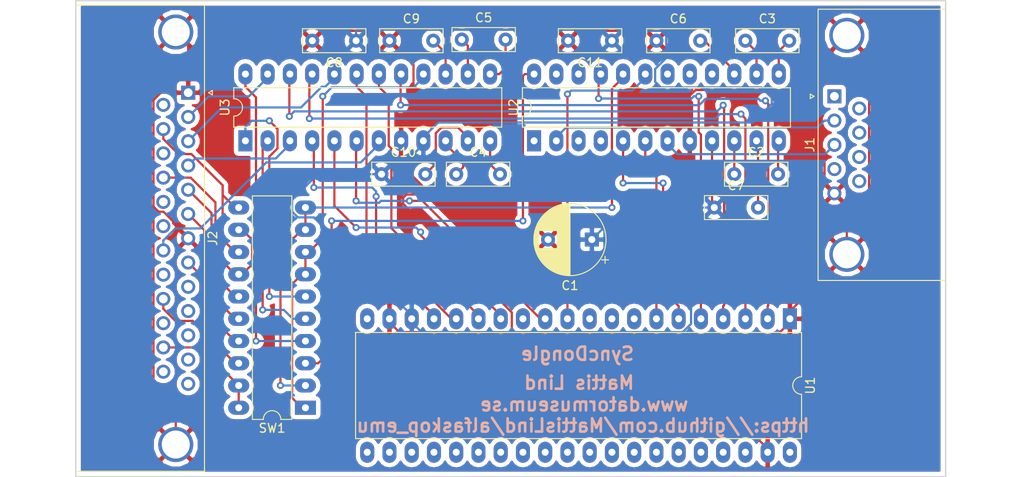
<source format=kicad_pcb>
(kicad_pcb (version 20171130) (host pcbnew 5.0.2-bee76a0~70~ubuntu16.04.1)
  (layers (0 F.Cu signal) (31 B.Cu signal) (34 B.Paste user) (35 F.Paste user) (36 B.SilkS user) (37 F.SilkS user) (38 B.Mask user) (39 F.Mask user) (44 Edge.Cuts user))
  (net 0 "")
  (net 1 +5V)
  (net 2 GND)
  (net 3 "Net-(C2-Pad2)")
  (net 4 "Net-(C2-Pad1)")
  (net 5 "Net-(C3-Pad1)")
  (net 6 "Net-(C3-Pad2)")
  (net 7 "Net-(C4-Pad2)")
  (net 8 "Net-(C4-Pad1)")
  (net 9 "Net-(C5-Pad1)")
  (net 10 "Net-(C5-Pad2)")
  (net 11 "Net-(C6-Pad2)")
  (net 12 "Net-(C7-Pad2)")
  (net 13 "Net-(C9-Pad2)")
  (net 14 "Net-(C10-Pad2)")
  (net 15 "Net-(J1-Pad1)")
  (net 16 /EIA_D_TX)
  (net 17 /EIA_D_RX)
  (net 18 "Net-(J1-Pad4)")
  (net 19 "Net-(J1-Pad6)")
  (net 20 "Net-(J1-Pad7)")
  (net 21 "Net-(J1-Pad8)")
  (net 22 "Net-(J1-Pad9)")
  (net 23 /EIA_RD)
  (net 24 /EIA_TD)
  (net 25 /EIA_RTS)
  (net 26 "Net-(J2-Pad5)")
  (net 27 "Net-(J2-Pad6)")
  (net 28 "Net-(J2-Pad8)")
  (net 29 "Net-(J2-Pad9)")
  (net 30 "Net-(J2-Pad10)")
  (net 31 "Net-(J2-Pad11)")
  (net 32 "Net-(J2-Pad12)")
  (net 33 "Net-(J2-Pad13)")
  (net 34 "Net-(J2-Pad14)")
  (net 35 "Net-(J2-Pad15)")
  (net 36 "Net-(J2-Pad16)")
  (net 37 "Net-(J2-Pad17)")
  (net 38 "Net-(J2-Pad18)")
  (net 39 "Net-(J2-Pad19)")
  (net 40 /EIA_DTR)
  (net 41 "Net-(J2-Pad21)")
  (net 42 "Net-(J2-Pad22)")
  (net 43 "Net-(J2-Pad23)")
  (net 44 "Net-(J2-Pad24)")
  (net 45 "Net-(J2-Pad25)")
  (net 46 /EIA_CLKIN)
  (net 47 /EIA_CLKOUT)
  (net 48 /EIA_RI)
  (net 49 /EIA_DCD)
  (net 50 /EIA_DSR)
  (net 51 /EIA_CTS)
  (net 52 "Net-(U1-Pad21)")
  (net 53 /CMOS_CKIN)
  (net 54 "Net-(U1-Pad22)")
  (net 55 /CMOS_TD)
  (net 56 "Net-(U1-Pad23)")
  (net 57 /CMOS_RD)
  (net 58 "Net-(U1-Pad24)")
  (net 59 /CMOS_CKOUT)
  (net 60 "Net-(U1-Pad25)")
  (net 61 /CMOS_D_TX)
  (net 62 "Net-(U1-Pad26)")
  (net 63 /CMOS_D_RX)
  (net 64 "Net-(U1-Pad27)")
  (net 65 "Net-(U1-Pad8)")
  (net 66 "Net-(U1-Pad28)")
  (net 67 "Net-(U1-Pad9)")
  (net 68 "Net-(U1-Pad29)")
  (net 69 "Net-(U1-Pad10)")
  (net 70 "Net-(U1-Pad30)")
  (net 71 /CMOS_RI)
  (net 72 "Net-(U1-Pad31)")
  (net 73 /CMOS_DTR)
  (net 74 "Net-(U1-Pad32)")
  (net 75 "Net-(U1-Pad13)")
  (net 76 "Net-(U1-Pad33)")
  (net 77 /CMOS_DSR)
  (net 78 "Net-(U1-Pad34)")
  (net 79 /CMOS_CTS)
  (net 80 "Net-(U1-Pad35)")
  (net 81 /CMOS_RTS)
  (net 82 "Net-(U1-Pad36)")
  (net 83 /CMOS_DCD)
  (net 84 "Net-(U1-Pad37)")
  (net 85 "Net-(U1-Pad38)")
  (net 86 "Net-(U1-Pad20)")
  (net 87 "Net-(U1-Pad40)")
  (net 88 "Net-(U2-Pad1)")
  (net 89 "Net-(U2-Pad3)")
  (net 90 "Net-(U2-Pad4)")
  (net 91 "Net-(U2-Pad16)")
  (net 92 "Net-(U2-Pad17)")
  (net 93 "Net-(U2-Pad18)")
  (net 94 "Net-(U2-Pad22)")
  (net 95 "Net-(U2-Pad23)")
  (module Capacitor_THT:CP_Radial_D8.0mm_P5.00mm (layer F.Cu) (at 152.64892 58.26506 180)
    (fp_text reference C1 (at 2.5 -5.25 180) (layer F.SilkS))
    (fp_text value 10u)
    (pad 1 thru_hole rect (at 0 0 180) (size 1.6 1.6) (drill 0.8) (layers *.Cu *.Mask) (net 1 +5V))
    (pad 2 thru_hole circle (at 5 0 180) (size 1.6 1.6) (drill 0.8) (layers *.Cu *.Mask) (net 2 GND))
  )
  (module Capacitor_THT:C_Rect_L7.0mm_W2.5mm_P5.00mm (layer F.Cu) (at 168.91 50.8)
    (fp_text reference C2 (at 2.5 -2.5) (layer F.SilkS))
    (fp_text value 0.1u)
    (pad 2 thru_hole circle (at 5 0) (size 1.6 1.6) (drill 0.8) (layers *.Cu *.Mask) (net 3 "Net-(C2-Pad2)"))
    (pad 1 thru_hole circle (at 0 0) (size 1.6 1.6) (drill 0.8) (layers *.Cu *.Mask) (net 4 "Net-(C2-Pad1)"))
  )
  (module Capacitor_THT:C_Rect_L7.0mm_W2.5mm_P5.00mm (layer F.Cu) (at 170.18 35.56)
    (fp_text reference C3 (at 2.5 -2.5) (layer F.SilkS))
    (fp_text value 0.1u)
    (pad 1 thru_hole circle (at 0 0) (size 1.6 1.6) (drill 0.8) (layers *.Cu *.Mask) (net 5 "Net-(C3-Pad1)"))
    (pad 2 thru_hole circle (at 5 0) (size 1.6 1.6) (drill 0.8) (layers *.Cu *.Mask) (net 6 "Net-(C3-Pad2)"))
  )
  (module Capacitor_THT:C_Rect_L7.0mm_W2.5mm_P5.00mm (layer F.Cu) (at 137.16 50.8)
    (fp_text reference C4 (at 2.5 -2.5) (layer F.SilkS))
    (fp_text value 0.1u)
    (pad 2 thru_hole circle (at 5 0) (size 1.6 1.6) (drill 0.8) (layers *.Cu *.Mask) (net 7 "Net-(C4-Pad2)"))
    (pad 1 thru_hole circle (at 0 0) (size 1.6 1.6) (drill 0.8) (layers *.Cu *.Mask) (net 8 "Net-(C4-Pad1)"))
  )
  (module Capacitor_THT:C_Rect_L7.0mm_W2.5mm_P5.00mm (layer F.Cu) (at 137.795 35.433)
    (fp_text reference C5 (at 2.5 -2.5) (layer F.SilkS))
    (fp_text value 0.1u)
    (pad 1 thru_hole circle (at 0 0) (size 1.6 1.6) (drill 0.8) (layers *.Cu *.Mask) (net 9 "Net-(C5-Pad1)"))
    (pad 2 thru_hole circle (at 5 0) (size 1.6 1.6) (drill 0.8) (layers *.Cu *.Mask) (net 10 "Net-(C5-Pad2)"))
  )
  (module Capacitor_THT:C_Rect_L7.0mm_W2.5mm_P5.00mm (layer F.Cu) (at 160.02 35.56)
    (fp_text reference C6 (at 2.5 -2.5) (layer F.SilkS))
    (fp_text value 0.1u)
    (pad 1 thru_hole circle (at 0 0) (size 1.6 1.6) (drill 0.8) (layers *.Cu *.Mask) (net 2 GND))
    (pad 2 thru_hole circle (at 5 0) (size 1.6 1.6) (drill 0.8) (layers *.Cu *.Mask) (net 11 "Net-(C6-Pad2)"))
  )
  (module Capacitor_THT:C_Rect_L7.0mm_W2.5mm_P5.00mm (layer F.Cu) (at 166.624 54.61)
    (fp_text reference C7 (at 2.5 -2.5) (layer F.SilkS))
    (fp_text value 0.1u)
    (pad 2 thru_hole circle (at 5 0) (size 1.6 1.6) (drill 0.8) (layers *.Cu *.Mask) (net 12 "Net-(C7-Pad2)"))
    (pad 1 thru_hole circle (at 0 0) (size 1.6 1.6) (drill 0.8) (layers *.Cu *.Mask) (net 1 +5V))
  )
  (module Capacitor_THT:C_Rect_L7.0mm_W2.5mm_P5.00mm (layer F.Cu) (at 125.73 35.56 180)
    (fp_text reference C8 (at 2.5 -2.5 180) (layer F.SilkS))
    (fp_text value 0.1u)
    (pad 2 thru_hole circle (at 5 0 180) (size 1.6 1.6) (drill 0.8) (layers *.Cu *.Mask) (net 2 GND))
    (pad 1 thru_hole circle (at 0 0 180) (size 1.6 1.6) (drill 0.8) (layers *.Cu *.Mask) (net 1 +5V))
  )
  (module Capacitor_THT:C_Rect_L7.0mm_W2.5mm_P5.00mm (layer F.Cu) (at 129.54 35.56)
    (fp_text reference C9 (at 2.5 -2.5) (layer F.SilkS))
    (fp_text value 0.1u)
    (pad 1 thru_hole circle (at 0 0) (size 1.6 1.6) (drill 0.8) (layers *.Cu *.Mask) (net 2 GND))
    (pad 2 thru_hole circle (at 5 0) (size 1.6 1.6) (drill 0.8) (layers *.Cu *.Mask) (net 13 "Net-(C9-Pad2)"))
  )
  (module Capacitor_THT:C_Rect_L7.0mm_W2.5mm_P5.00mm (layer F.Cu) (at 128.63322 50.8)
    (fp_text reference C10 (at 2.5 -2.5) (layer F.SilkS))
    (fp_text value 0.1u)
    (pad 1 thru_hole circle (at 0 0) (size 1.6 1.6) (drill 0.8) (layers *.Cu *.Mask) (net 1 +5V))
    (pad 2 thru_hole circle (at 5 0) (size 1.6 1.6) (drill 0.8) (layers *.Cu *.Mask) (net 14 "Net-(C10-Pad2)"))
  )
  (module Capacitor_THT:C_Rect_L7.0mm_W2.5mm_P5.00mm (layer F.Cu) (at 154.94 35.56 180)
    (fp_text reference C11 (at 2.5 -2.5 180) (layer F.SilkS))
    (fp_text value 0.1u)
    (pad 2 thru_hole circle (at 5 0 180) (size 1.6 1.6) (drill 0.8) (layers *.Cu *.Mask) (net 2 GND))
    (pad 1 thru_hole circle (at 0 0 180) (size 1.6 1.6) (drill 0.8) (layers *.Cu *.Mask) (net 1 +5V))
  )
  (module Connector_Dsub:DSUB-9_Female_Horizontal_P2.77x2.84mm_EdgePinOffset9.90mm_Housed_MountingHolesOffset11.32mm (layer F.Cu) (at 180.34 41.91 90)
    (fp_text reference J1 (at -5.54 -2.8 90) (layer F.SilkS))
    (fp_text value DB9_Female_MountingHoles)
    (pad 1 thru_hole rect (at 0 0 90) (size 1.6 1.6) (drill 1) (layers *.Cu *.Mask) (net 15 "Net-(J1-Pad1)"))
    (pad 2 thru_hole circle (at -2.77 0 90) (size 1.6 1.6) (drill 1) (layers *.Cu *.Mask) (net 16 /EIA_D_TX))
    (pad 3 thru_hole circle (at -5.54 0 90) (size 1.6 1.6) (drill 1) (layers *.Cu *.Mask) (net 17 /EIA_D_RX))
    (pad 4 thru_hole circle (at -8.31 0 90) (size 1.6 1.6) (drill 1) (layers *.Cu *.Mask) (net 18 "Net-(J1-Pad4)"))
    (pad 5 thru_hole circle (at -11.08 0 90) (size 1.6 1.6) (drill 1) (layers *.Cu *.Mask) (net 2 GND))
    (pad 6 thru_hole circle (at -1.385 2.84 90) (size 1.6 1.6) (drill 1) (layers *.Cu *.Mask) (net 19 "Net-(J1-Pad6)"))
    (pad 7 thru_hole circle (at -4.155 2.84 90) (size 1.6 1.6) (drill 1) (layers *.Cu *.Mask) (net 20 "Net-(J1-Pad7)"))
    (pad 8 thru_hole circle (at -6.925 2.84 90) (size 1.6 1.6) (drill 1) (layers *.Cu *.Mask) (net 21 "Net-(J1-Pad8)"))
    (pad 9 thru_hole circle (at -9.695 2.84 90) (size 1.6 1.6) (drill 1) (layers *.Cu *.Mask) (net 22 "Net-(J1-Pad9)"))
    (pad 0 thru_hole circle (at -18.04 1.42 90) (size 4 4) (drill 3.2) (layers *.Cu *.Mask) (net 2 GND))
    (pad 0 thru_hole circle (at 6.96 1.42 90) (size 4 4) (drill 3.2) (layers *.Cu *.Mask) (net 2 GND))
  )
  (module Connector_Dsub:DSUB-25_Male_Horizontal_P2.77x2.84mm_EdgePinOffset9.90mm_Housed_MountingHolesOffset11.32mm (layer F.Cu) (at 106.56062 41.49852 270)
    (fp_text reference J2 (at 16.62 -2.8 270) (layer F.SilkS))
    (fp_text value DB25_Male_MountingHoles)
    (pad 1 thru_hole rect (at 0 0 270) (size 1.6 1.6) (drill 1) (layers *.Cu *.Mask) (net 2 GND))
    (pad 2 thru_hole circle (at 2.77 0 270) (size 1.6 1.6) (drill 1) (layers *.Cu *.Mask) (net 23 /EIA_RD))
    (pad 3 thru_hole circle (at 5.54 0 270) (size 1.6 1.6) (drill 1) (layers *.Cu *.Mask) (net 24 /EIA_TD))
    (pad 4 thru_hole circle (at 8.31 0 270) (size 1.6 1.6) (drill 1) (layers *.Cu *.Mask) (net 25 /EIA_RTS))
    (pad 5 thru_hole circle (at 11.08 0 270) (size 1.6 1.6) (drill 1) (layers *.Cu *.Mask) (net 26 "Net-(J2-Pad5)"))
    (pad 6 thru_hole circle (at 13.85 0 270) (size 1.6 1.6) (drill 1) (layers *.Cu *.Mask) (net 27 "Net-(J2-Pad6)"))
    (pad 7 thru_hole circle (at 16.62 0 270) (size 1.6 1.6) (drill 1) (layers *.Cu *.Mask) (net 2 GND))
    (pad 8 thru_hole circle (at 19.39 0 270) (size 1.6 1.6) (drill 1) (layers *.Cu *.Mask) (net 28 "Net-(J2-Pad8)"))
    (pad 9 thru_hole circle (at 22.16 0 270) (size 1.6 1.6) (drill 1) (layers *.Cu *.Mask) (net 29 "Net-(J2-Pad9)"))
    (pad 10 thru_hole circle (at 24.93 0 270) (size 1.6 1.6) (drill 1) (layers *.Cu *.Mask) (net 30 "Net-(J2-Pad10)"))
    (pad 11 thru_hole circle (at 27.7 0 270) (size 1.6 1.6) (drill 1) (layers *.Cu *.Mask) (net 31 "Net-(J2-Pad11)"))
    (pad 12 thru_hole circle (at 30.47 0 270) (size 1.6 1.6) (drill 1) (layers *.Cu *.Mask) (net 32 "Net-(J2-Pad12)"))
    (pad 13 thru_hole circle (at 33.24 0 270) (size 1.6 1.6) (drill 1) (layers *.Cu *.Mask) (net 33 "Net-(J2-Pad13)"))
    (pad 14 thru_hole circle (at 1.385 2.84 270) (size 1.6 1.6) (drill 1) (layers *.Cu *.Mask) (net 34 "Net-(J2-Pad14)"))
    (pad 15 thru_hole circle (at 4.155 2.84 270) (size 1.6 1.6) (drill 1) (layers *.Cu *.Mask) (net 35 "Net-(J2-Pad15)"))
    (pad 16 thru_hole circle (at 6.925 2.84 270) (size 1.6 1.6) (drill 1) (layers *.Cu *.Mask) (net 36 "Net-(J2-Pad16)"))
    (pad 17 thru_hole circle (at 9.695 2.84 270) (size 1.6 1.6) (drill 1) (layers *.Cu *.Mask) (net 37 "Net-(J2-Pad17)"))
    (pad 18 thru_hole circle (at 12.465 2.84 270) (size 1.6 1.6) (drill 1) (layers *.Cu *.Mask) (net 38 "Net-(J2-Pad18)"))
    (pad 19 thru_hole circle (at 15.235 2.84 270) (size 1.6 1.6) (drill 1) (layers *.Cu *.Mask) (net 39 "Net-(J2-Pad19)"))
    (pad 20 thru_hole circle (at 18.005 2.84 270) (size 1.6 1.6) (drill 1) (layers *.Cu *.Mask) (net 40 /EIA_DTR))
    (pad 21 thru_hole circle (at 20.775 2.84 270) (size 1.6 1.6) (drill 1) (layers *.Cu *.Mask) (net 41 "Net-(J2-Pad21)"))
    (pad 22 thru_hole circle (at 23.545 2.84 270) (size 1.6 1.6) (drill 1) (layers *.Cu *.Mask) (net 42 "Net-(J2-Pad22)"))
    (pad 23 thru_hole circle (at 26.315 2.84 270) (size 1.6 1.6) (drill 1) (layers *.Cu *.Mask) (net 43 "Net-(J2-Pad23)"))
    (pad 24 thru_hole circle (at 29.085 2.84 270) (size 1.6 1.6) (drill 1) (layers *.Cu *.Mask) (net 44 "Net-(J2-Pad24)"))
    (pad 25 thru_hole circle (at 31.855 2.84 270) (size 1.6 1.6) (drill 1) (layers *.Cu *.Mask) (net 45 "Net-(J2-Pad25)"))
    (pad 0 thru_hole circle (at -6.93 1.42 270) (size 4 4) (drill 3.2) (layers *.Cu *.Mask) (net 2 GND))
    (pad 0 thru_hole circle (at 40.17 1.42 270) (size 4 4) (drill 3.2) (layers *.Cu *.Mask) (net 2 GND))
  )
  (module Package_DIP:DIP-20_W7.62mm_LongPads (layer F.Cu) (at 119.94642 77.47 180)
    (fp_text reference SW1 (at 3.81 -2.33 180) (layer F.SilkS))
    (fp_text value SW_DIP_x10)
    (pad 1 thru_hole rect (at 0 0 180) (size 2.4 1.6) (drill 0.8) (layers *.Cu *.Mask) (net 46 /EIA_CLKIN))
    (pad 11 thru_hole oval (at 7.62 22.86 180) (size 2.4 1.6) (drill 0.8) (layers *.Cu *.Mask) (net 35 "Net-(J2-Pad15)"))
    (pad 2 thru_hole oval (at 0 2.54 180) (size 2.4 1.6) (drill 0.8) (layers *.Cu *.Mask) (net 47 /EIA_CLKOUT))
    (pad 12 thru_hole oval (at 7.62 20.32 180) (size 2.4 1.6) (drill 0.8) (layers *.Cu *.Mask) (net 37 "Net-(J2-Pad17)"))
    (pad 3 thru_hole oval (at 0 5.08 180) (size 2.4 1.6) (drill 0.8) (layers *.Cu *.Mask) (net 48 /EIA_RI))
    (pad 13 thru_hole oval (at 7.62 17.78 180) (size 2.4 1.6) (drill 0.8) (layers *.Cu *.Mask) (net 35 "Net-(J2-Pad15)"))
    (pad 4 thru_hole oval (at 0 7.62 180) (size 2.4 1.6) (drill 0.8) (layers *.Cu *.Mask) (net 49 /EIA_DCD))
    (pad 14 thru_hole oval (at 7.62 15.24 180) (size 2.4 1.6) (drill 0.8) (layers *.Cu *.Mask) (net 37 "Net-(J2-Pad17)"))
    (pad 5 thru_hole oval (at 0 10.16 180) (size 2.4 1.6) (drill 0.8) (layers *.Cu *.Mask) (net 50 /EIA_DSR))
    (pad 15 thru_hole oval (at 7.62 12.7 180) (size 2.4 1.6) (drill 0.8) (layers *.Cu *.Mask) (net 26 "Net-(J2-Pad5)"))
    (pad 6 thru_hole oval (at 0 12.7 180) (size 2.4 1.6) (drill 0.8) (layers *.Cu *.Mask) (net 51 /EIA_CTS))
    (pad 16 thru_hole oval (at 7.62 10.16 180) (size 2.4 1.6) (drill 0.8) (layers *.Cu *.Mask) (net 27 "Net-(J2-Pad6)"))
    (pad 7 thru_hole oval (at 0 15.24 180) (size 2.4 1.6) (drill 0.8) (layers *.Cu *.Mask) (net 46 /EIA_CLKIN))
    (pad 17 thru_hole oval (at 7.62 7.62 180) (size 2.4 1.6) (drill 0.8) (layers *.Cu *.Mask) (net 28 "Net-(J2-Pad8)"))
    (pad 8 thru_hole oval (at 0 17.78 180) (size 2.4 1.6) (drill 0.8) (layers *.Cu *.Mask) (net 46 /EIA_CLKIN))
    (pad 18 thru_hole oval (at 7.62 5.08 180) (size 2.4 1.6) (drill 0.8) (layers *.Cu *.Mask) (net 42 "Net-(J2-Pad22)"))
    (pad 9 thru_hole oval (at 0 20.32 180) (size 2.4 1.6) (drill 0.8) (layers *.Cu *.Mask) (net 47 /EIA_CLKOUT))
    (pad 19 thru_hole oval (at 7.62 2.54 180) (size 2.4 1.6) (drill 0.8) (layers *.Cu *.Mask) (net 44 "Net-(J2-Pad24)"))
    (pad 10 thru_hole oval (at 0 22.86 180) (size 2.4 1.6) (drill 0.8) (layers *.Cu *.Mask) (net 47 /EIA_CLKOUT))
    (pad 20 thru_hole oval (at 7.62 0 180) (size 2.4 1.6) (drill 0.8) (layers *.Cu *.Mask) (net 44 "Net-(J2-Pad24)"))
  )
  (module Package_DIP:DIP-40_W15.24mm_LongPads (layer F.Cu) (at 175.26 67.31 270)
    (fp_text reference U1 (at 7.62 -2.33 270) (layer F.SilkS))
    (fp_text value STM32BluePill)
    (pad 1 thru_hole rect (at 0 0 270) (size 2.4 1.6) (drill 0.8) (layers *.Cu *.Mask) (net 2 GND))
    (pad 21 thru_hole oval (at 15.24 48.26 270) (size 2.4 1.6) (drill 0.8) (layers *.Cu *.Mask) (net 52 "Net-(U1-Pad21)"))
    (pad 2 thru_hole oval (at 0 2.54 270) (size 2.4 1.6) (drill 0.8) (layers *.Cu *.Mask) (net 53 /CMOS_CKIN))
    (pad 22 thru_hole oval (at 15.24 45.72 270) (size 2.4 1.6) (drill 0.8) (layers *.Cu *.Mask) (net 54 "Net-(U1-Pad22)"))
    (pad 3 thru_hole oval (at 0 5.08 270) (size 2.4 1.6) (drill 0.8) (layers *.Cu *.Mask) (net 55 /CMOS_TD))
    (pad 23 thru_hole oval (at 15.24 43.18 270) (size 2.4 1.6) (drill 0.8) (layers *.Cu *.Mask) (net 56 "Net-(U1-Pad23)"))
    (pad 4 thru_hole oval (at 0 7.62 270) (size 2.4 1.6) (drill 0.8) (layers *.Cu *.Mask) (net 57 /CMOS_RD))
    (pad 24 thru_hole oval (at 15.24 40.64 270) (size 2.4 1.6) (drill 0.8) (layers *.Cu *.Mask) (net 58 "Net-(U1-Pad24)"))
    (pad 5 thru_hole oval (at 0 10.16 270) (size 2.4 1.6) (drill 0.8) (layers *.Cu *.Mask) (net 59 /CMOS_CKOUT))
    (pad 25 thru_hole oval (at 15.24 38.1 270) (size 2.4 1.6) (drill 0.8) (layers *.Cu *.Mask) (net 60 "Net-(U1-Pad25)"))
    (pad 6 thru_hole oval (at 0 12.7 270) (size 2.4 1.6) (drill 0.8) (layers *.Cu *.Mask) (net 61 /CMOS_D_TX))
    (pad 26 thru_hole oval (at 15.24 35.56 270) (size 2.4 1.6) (drill 0.8) (layers *.Cu *.Mask) (net 62 "Net-(U1-Pad26)"))
    (pad 7 thru_hole oval (at 0 15.24 270) (size 2.4 1.6) (drill 0.8) (layers *.Cu *.Mask) (net 63 /CMOS_D_RX))
    (pad 27 thru_hole oval (at 15.24 33.02 270) (size 2.4 1.6) (drill 0.8) (layers *.Cu *.Mask) (net 64 "Net-(U1-Pad27)"))
    (pad 8 thru_hole oval (at 0 17.78 270) (size 2.4 1.6) (drill 0.8) (layers *.Cu *.Mask) (net 65 "Net-(U1-Pad8)"))
    (pad 28 thru_hole oval (at 15.24 30.48 270) (size 2.4 1.6) (drill 0.8) (layers *.Cu *.Mask) (net 66 "Net-(U1-Pad28)"))
    (pad 9 thru_hole oval (at 0 20.32 270) (size 2.4 1.6) (drill 0.8) (layers *.Cu *.Mask) (net 67 "Net-(U1-Pad9)"))
    (pad 29 thru_hole oval (at 15.24 27.94 270) (size 2.4 1.6) (drill 0.8) (layers *.Cu *.Mask) (net 68 "Net-(U1-Pad29)"))
    (pad 10 thru_hole oval (at 0 22.86 270) (size 2.4 1.6) (drill 0.8) (layers *.Cu *.Mask) (net 69 "Net-(U1-Pad10)"))
    (pad 30 thru_hole oval (at 15.24 25.4 270) (size 2.4 1.6) (drill 0.8) (layers *.Cu *.Mask) (net 70 "Net-(U1-Pad30)"))
    (pad 11 thru_hole oval (at 0 25.4 270) (size 2.4 1.6) (drill 0.8) (layers *.Cu *.Mask) (net 71 /CMOS_RI))
    (pad 31 thru_hole oval (at 15.24 22.86 270) (size 2.4 1.6) (drill 0.8) (layers *.Cu *.Mask) (net 72 "Net-(U1-Pad31)"))
    (pad 12 thru_hole oval (at 0 27.94 270) (size 2.4 1.6) (drill 0.8) (layers *.Cu *.Mask) (net 73 /CMOS_DTR))
    (pad 32 thru_hole oval (at 15.24 20.32 270) (size 2.4 1.6) (drill 0.8) (layers *.Cu *.Mask) (net 74 "Net-(U1-Pad32)"))
    (pad 13 thru_hole oval (at 0 30.48 270) (size 2.4 1.6) (drill 0.8) (layers *.Cu *.Mask) (net 75 "Net-(U1-Pad13)"))
    (pad 33 thru_hole oval (at 15.24 17.78 270) (size 2.4 1.6) (drill 0.8) (layers *.Cu *.Mask) (net 76 "Net-(U1-Pad33)"))
    (pad 14 thru_hole oval (at 0 33.02 270) (size 2.4 1.6) (drill 0.8) (layers *.Cu *.Mask) (net 77 /CMOS_DSR))
    (pad 34 thru_hole oval (at 15.24 15.24 270) (size 2.4 1.6) (drill 0.8) (layers *.Cu *.Mask) (net 78 "Net-(U1-Pad34)"))
    (pad 15 thru_hole oval (at 0 35.56 270) (size 2.4 1.6) (drill 0.8) (layers *.Cu *.Mask) (net 79 /CMOS_CTS))
    (pad 35 thru_hole oval (at 15.24 12.7 270) (size 2.4 1.6) (drill 0.8) (layers *.Cu *.Mask) (net 80 "Net-(U1-Pad35)"))
    (pad 16 thru_hole oval (at 0 38.1 270) (size 2.4 1.6) (drill 0.8) (layers *.Cu *.Mask) (net 81 /CMOS_RTS))
    (pad 36 thru_hole oval (at 15.24 10.16 270) (size 2.4 1.6) (drill 0.8) (layers *.Cu *.Mask) (net 82 "Net-(U1-Pad36)"))
    (pad 17 thru_hole oval (at 0 40.64 270) (size 2.4 1.6) (drill 0.8) (layers *.Cu *.Mask) (net 83 /CMOS_DCD))
    (pad 37 thru_hole oval (at 15.24 7.62 270) (size 2.4 1.6) (drill 0.8) (layers *.Cu *.Mask) (net 84 "Net-(U1-Pad37)"))
    (pad 18 thru_hole oval (at 0 43.18 270) (size 2.4 1.6) (drill 0.8) (layers *.Cu *.Mask) (net 1 +5V))
    (pad 38 thru_hole oval (at 15.24 5.08 270) (size 2.4 1.6) (drill 0.8) (layers *.Cu *.Mask) (net 85 "Net-(U1-Pad38)"))
    (pad 19 thru_hole oval (at 0 45.72 270) (size 2.4 1.6) (drill 0.8) (layers *.Cu *.Mask) (net 2 GND))
    (pad 39 thru_hole oval (at 15.24 2.54 270) (size 2.4 1.6) (drill 0.8) (layers *.Cu *.Mask) (net 2 GND))
    (pad 20 thru_hole oval (at 0 48.26 270) (size 2.4 1.6) (drill 0.8) (layers *.Cu *.Mask) (net 86 "Net-(U1-Pad20)"))
    (pad 40 thru_hole oval (at 15.24 0 270) (size 2.4 1.6) (drill 0.8) (layers *.Cu *.Mask) (net 87 "Net-(U1-Pad40)"))
  )
  (module Package_DIP:DIP-24_W7.62mm_LongPads (layer F.Cu) (at 146.05 46.99 90)
    (fp_text reference U2 (at 3.81 -2.33 90) (layer F.SilkS))
    (fp_text value MAX208CWG)
    (pad 1 thru_hole rect (at 0 0 90) (size 2.4 1.6) (drill 0.8) (layers *.Cu *.Mask) (net 88 "Net-(U2-Pad1)"))
    (pad 13 thru_hole oval (at 7.62 27.94 90) (size 2.4 1.6) (drill 0.8) (layers *.Cu *.Mask) (net 6 "Net-(C3-Pad2)"))
    (pad 2 thru_hole oval (at 0 2.54 90) (size 2.4 1.6) (drill 0.8) (layers *.Cu *.Mask) (net 16 /EIA_D_TX))
    (pad 14 thru_hole oval (at 7.62 25.4 90) (size 2.4 1.6) (drill 0.8) (layers *.Cu *.Mask) (net 5 "Net-(C3-Pad1)"))
    (pad 3 thru_hole oval (at 0 5.08 90) (size 2.4 1.6) (drill 0.8) (layers *.Cu *.Mask) (net 89 "Net-(U2-Pad3)"))
    (pad 15 thru_hole oval (at 7.62 22.86 90) (size 2.4 1.6) (drill 0.8) (layers *.Cu *.Mask) (net 11 "Net-(C6-Pad2)"))
    (pad 4 thru_hole oval (at 0 7.62 90) (size 2.4 1.6) (drill 0.8) (layers *.Cu *.Mask) (net 90 "Net-(U2-Pad4)"))
    (pad 16 thru_hole oval (at 7.62 20.32 90) (size 2.4 1.6) (drill 0.8) (layers *.Cu *.Mask) (net 91 "Net-(U2-Pad16)"))
    (pad 5 thru_hole oval (at 0 10.16 90) (size 2.4 1.6) (drill 0.8) (layers *.Cu *.Mask) (net 61 /CMOS_D_TX))
    (pad 17 thru_hole oval (at 7.62 17.78 90) (size 2.4 1.6) (drill 0.8) (layers *.Cu *.Mask) (net 92 "Net-(U2-Pad17)"))
    (pad 6 thru_hole oval (at 0 12.7 90) (size 2.4 1.6) (drill 0.8) (layers *.Cu *.Mask) (net 63 /CMOS_D_RX))
    (pad 18 thru_hole oval (at 7.62 15.24 90) (size 2.4 1.6) (drill 0.8) (layers *.Cu *.Mask) (net 93 "Net-(U2-Pad18)"))
    (pad 7 thru_hole oval (at 0 15.24 90) (size 2.4 1.6) (drill 0.8) (layers *.Cu *.Mask) (net 17 /EIA_D_RX))
    (pad 19 thru_hole oval (at 7.62 12.7 90) (size 2.4 1.6) (drill 0.8) (layers *.Cu *.Mask) (net 71 /CMOS_RI))
    (pad 8 thru_hole oval (at 0 17.78 90) (size 2.4 1.6) (drill 0.8) (layers *.Cu *.Mask) (net 2 GND))
    (pad 20 thru_hole oval (at 7.62 10.16 90) (size 2.4 1.6) (drill 0.8) (layers *.Cu *.Mask) (net 47 /EIA_CLKOUT))
    (pad 9 thru_hole oval (at 0 20.32 90) (size 2.4 1.6) (drill 0.8) (layers *.Cu *.Mask) (net 1 +5V))
    (pad 21 thru_hole oval (at 7.62 7.62 90) (size 2.4 1.6) (drill 0.8) (layers *.Cu *.Mask) (net 59 /CMOS_CKOUT))
    (pad 10 thru_hole oval (at 0 22.86 90) (size 2.4 1.6) (drill 0.8) (layers *.Cu *.Mask) (net 4 "Net-(C2-Pad1)"))
    (pad 22 thru_hole oval (at 7.62 5.08 90) (size 2.4 1.6) (drill 0.8) (layers *.Cu *.Mask) (net 94 "Net-(U2-Pad22)"))
    (pad 11 thru_hole oval (at 0 25.4 90) (size 2.4 1.6) (drill 0.8) (layers *.Cu *.Mask) (net 12 "Net-(C7-Pad2)"))
    (pad 23 thru_hole oval (at 7.62 2.54 90) (size 2.4 1.6) (drill 0.8) (layers *.Cu *.Mask) (net 95 "Net-(U2-Pad23)"))
    (pad 12 thru_hole oval (at 0 27.94 90) (size 2.4 1.6) (drill 0.8) (layers *.Cu *.Mask) (net 3 "Net-(C2-Pad2)"))
    (pad 24 thru_hole oval (at 7.62 0 90) (size 2.4 1.6) (drill 0.8) (layers *.Cu *.Mask) (net 48 /EIA_RI))
  )
  (module Package_DIP:DIP-24_W7.62mm_LongPads (layer F.Cu) (at 113.09096 46.99 90)
    (fp_text reference U3 (at 3.81 -2.33 90) (layer F.SilkS))
    (fp_text value MAX208CWG)
    (pad 24 thru_hole oval (at 7.62 0 90) (size 2.4 1.6) (drill 0.8) (layers *.Cu *.Mask) (net 49 /EIA_DCD))
    (pad 12 thru_hole oval (at 0 27.94 90) (size 2.4 1.6) (drill 0.8) (layers *.Cu *.Mask) (net 7 "Net-(C4-Pad2)"))
    (pad 23 thru_hole oval (at 7.62 2.54 90) (size 2.4 1.6) (drill 0.8) (layers *.Cu *.Mask) (net 23 /EIA_RD))
    (pad 11 thru_hole oval (at 0 25.4 90) (size 2.4 1.6) (drill 0.8) (layers *.Cu *.Mask) (net 14 "Net-(C10-Pad2)"))
    (pad 22 thru_hole oval (at 7.62 5.08 90) (size 2.4 1.6) (drill 0.8) (layers *.Cu *.Mask) (net 57 /CMOS_RD))
    (pad 10 thru_hole oval (at 0 22.86 90) (size 2.4 1.6) (drill 0.8) (layers *.Cu *.Mask) (net 8 "Net-(C4-Pad1)"))
    (pad 21 thru_hole oval (at 7.62 7.62 90) (size 2.4 1.6) (drill 0.8) (layers *.Cu *.Mask) (net 55 /CMOS_TD))
    (pad 9 thru_hole oval (at 0 20.32 90) (size 2.4 1.6) (drill 0.8) (layers *.Cu *.Mask) (net 1 +5V))
    (pad 20 thru_hole oval (at 7.62 10.16 90) (size 2.4 1.6) (drill 0.8) (layers *.Cu *.Mask) (net 24 /EIA_TD))
    (pad 8 thru_hole oval (at 0 17.78 90) (size 2.4 1.6) (drill 0.8) (layers *.Cu *.Mask) (net 2 GND))
    (pad 19 thru_hole oval (at 7.62 12.7 90) (size 2.4 1.6) (drill 0.8) (layers *.Cu *.Mask) (net 83 /CMOS_DCD))
    (pad 7 thru_hole oval (at 0 15.24 90) (size 2.4 1.6) (drill 0.8) (layers *.Cu *.Mask) (net 40 /EIA_DTR))
    (pad 18 thru_hole oval (at 7.62 15.24 90) (size 2.4 1.6) (drill 0.8) (layers *.Cu *.Mask) (net 79 /CMOS_CTS))
    (pad 6 thru_hole oval (at 0 12.7 90) (size 2.4 1.6) (drill 0.8) (layers *.Cu *.Mask) (net 73 /CMOS_DTR))
    (pad 17 thru_hole oval (at 7.62 17.78 90) (size 2.4 1.6) (drill 0.8) (layers *.Cu *.Mask) (net 53 /CMOS_CKIN))
    (pad 5 thru_hole oval (at 0 10.16 90) (size 2.4 1.6) (drill 0.8) (layers *.Cu *.Mask) (net 77 /CMOS_DSR))
    (pad 16 thru_hole oval (at 7.62 20.32 90) (size 2.4 1.6) (drill 0.8) (layers *.Cu *.Mask) (net 46 /EIA_CLKIN))
    (pad 4 thru_hole oval (at 0 7.62 90) (size 2.4 1.6) (drill 0.8) (layers *.Cu *.Mask) (net 81 /CMOS_RTS))
    (pad 15 thru_hole oval (at 7.62 22.86 90) (size 2.4 1.6) (drill 0.8) (layers *.Cu *.Mask) (net 13 "Net-(C9-Pad2)"))
    (pad 3 thru_hole oval (at 0 5.08 90) (size 2.4 1.6) (drill 0.8) (layers *.Cu *.Mask) (net 25 /EIA_RTS))
    (pad 14 thru_hole oval (at 7.62 25.4 90) (size 2.4 1.6) (drill 0.8) (layers *.Cu *.Mask) (net 9 "Net-(C5-Pad1)"))
    (pad 2 thru_hole oval (at 0 2.54 90) (size 2.4 1.6) (drill 0.8) (layers *.Cu *.Mask) (net 50 /EIA_DSR))
    (pad 13 thru_hole oval (at 7.62 27.94 90) (size 2.4 1.6) (drill 0.8) (layers *.Cu *.Mask) (net 10 "Net-(C5-Pad2)"))
    (pad 1 thru_hole rect (at 0 0 90) (size 2.4 1.6) (drill 0.8) (layers *.Cu *.Mask) (net 51 /EIA_CTS))
  )
  (gr_text https://github.com/MattisLind/alfaskop_emu (at 151.638 79.502) (layer B.SilkS) (effects (font (size 1.5 1.5) (thickness 0.3)) (justify mirror)))
  (gr_text www.datormuseum.se (at 151.765 77.089) (layer B.SilkS) (effects (font (size 1.5 1.5) (thickness 0.3)) (justify mirror)))
  (gr_text "Mattis Lind" (at 151.1935 74.6125) (layer B.SilkS) (effects (font (size 1.5 1.5) (thickness 0.3)) (justify mirror)))
  (gr_text SyncDongle (at 151.003 71.3105) (layer B.SilkS) (effects (font (size 1.5 1.5) (thickness 0.3)) (justify mirror)))
  (gr_line (start 93.726 85.344) (end 93.726 30.988) (layer Edge.Cuts) (width 0.15))
  (gr_line (start 193.04 85.344) (end 93.726 85.344) (layer Edge.Cuts) (width 0.15))
  (gr_line (start 193.04 30.988) (end 193.04 85.344) (layer Edge.Cuts) (width 0.15))
  (gr_line (start 93.726 30.988) (end 193.04 30.988) (layer Edge.Cuts) (width 0.15))
  (segment (start 133.41096 47.39) (end 133.41096 46.99) (width 0.25) (layer B.Cu) (net 1))
  (segment (start 130.800959 50.000001) (end 133.41096 47.39) (width 0.25) (layer B.Cu) (net 1))
  (segment (start 129.433219 50.000001) (end 130.800959 50.000001) (width 0.25) (layer B.Cu) (net 1))
  (segment (start 128.63322 50.8) (end 129.433219 50.000001) (width 0.25) (layer B.Cu) (net 1))
  (segment (start 154.140001 34.760001) (end 154.94 35.56) (width 0.25) (layer B.Cu) (net 1))
  (segment (start 153.687999 34.307999) (end 154.140001 34.760001) (width 0.25) (layer B.Cu) (net 1))
  (segment (start 125.850631 34.307999) (end 153.687999 34.307999) (width 0.25) (layer B.Cu) (net 1))
  (segment (start 125.73 34.42863) (end 125.850631 34.307999) (width 0.25) (layer B.Cu) (net 1))
  (segment (start 125.73 35.56) (end 125.73 34.42863) (width 0.25) (layer B.Cu) (net 1))
  (segment (start 166.37 54.356) (end 166.624 54.61) (width 0.25) (layer F.Cu) (net 1))
  (segment (start 166.37 46.99) (end 166.37 54.356) (width 0.25) (layer F.Cu) (net 1))
  (segment (start 156.30398 54.61) (end 152.64892 58.26506) (width 0.25) (layer B.Cu) (net 1))
  (segment (start 166.624 54.61) (end 156.30398 54.61) (width 0.25) (layer B.Cu) (net 1))
  (segment (start 153.69892 58.26506) (end 152.64892 58.26506) (width 0.25) (layer B.Cu) (net 1))
  (segment (start 159.668062 58.26506) (end 153.69892 58.26506) (width 0.25) (layer B.Cu) (net 1))
  (segment (start 163.97499 62.571988) (end 159.668062 58.26506) (width 0.25) (layer B.Cu) (net 1))
  (segment (start 163.97499 67.886014) (end 163.97499 62.571988) (width 0.25) (layer B.Cu) (net 1))
  (segment (start 163.025994 68.83501) (end 163.97499 67.886014) (width 0.25) (layer B.Cu) (net 1))
  (segment (start 133.20501 68.83501) (end 163.025994 68.83501) (width 0.25) (layer B.Cu) (net 1))
  (segment (start 132.08 67.71) (end 133.20501 68.83501) (width 0.25) (layer B.Cu) (net 1))
  (segment (start 132.08 67.31) (end 132.08 67.71) (width 0.25) (layer B.Cu) (net 1))
  (segment (start 118.42141 53.733588) (end 121.354998 50.8) (width 0.25) (layer B.Cu) (net 1))
  (segment (start 118.42141 55.075994) (end 118.42141 53.733588) (width 0.25) (layer B.Cu) (net 1))
  (segment (start 119.080426 55.73501) (end 118.42141 55.075994) (width 0.25) (layer B.Cu) (net 1))
  (segment (start 120.90501 55.73501) (end 119.080426 55.73501) (width 0.25) (layer B.Cu) (net 1))
  (segment (start 127.50185 50.8) (end 128.63322 50.8) (width 0.25) (layer B.Cu) (net 1))
  (segment (start 132.08 66.91) (end 120.90501 55.73501) (width 0.25) (layer B.Cu) (net 1))
  (segment (start 121.354998 50.8) (end 127.50185 50.8) (width 0.25) (layer B.Cu) (net 1))
  (segment (start 132.08 67.31) (end 132.08 66.91) (width 0.25) (layer B.Cu) (net 1))
  (segment (start 156.065001 34.434999) (end 155.739999 34.760001) (width 0.25) (layer B.Cu) (net 1))
  (segment (start 160.560001 34.434999) (end 156.065001 34.434999) (width 0.25) (layer B.Cu) (net 1))
  (segment (start 161.145001 35.019999) (end 160.560001 34.434999) (width 0.25) (layer B.Cu) (net 1))
  (segment (start 155.739999 34.760001) (end 154.94 35.56) (width 0.25) (layer B.Cu) (net 1))
  (segment (start 160.534026 40.89501) (end 159.87501 40.235994) (width 0.25) (layer B.Cu) (net 1))
  (segment (start 172.016012 40.89501) (end 160.534026 40.89501) (width 0.25) (layer B.Cu) (net 1))
  (segment (start 159.87501 40.235994) (end 159.87501 38.793986) (width 0.25) (layer B.Cu) (net 1))
  (segment (start 171.056992 44.90001) (end 173.191001 42.766001) (width 0.25) (layer B.Cu) (net 1))
  (segment (start 135.10095 44.90001) (end 171.056992 44.90001) (width 0.25) (layer B.Cu) (net 1))
  (segment (start 159.87501 38.793986) (end 161.145001 37.523995) (width 0.25) (layer B.Cu) (net 1))
  (segment (start 173.191001 42.766001) (end 173.191001 42.069999) (width 0.25) (layer B.Cu) (net 1))
  (segment (start 133.41096 46.59) (end 135.10095 44.90001) (width 0.25) (layer B.Cu) (net 1))
  (segment (start 161.145001 37.523995) (end 161.145001 35.019999) (width 0.25) (layer B.Cu) (net 1))
  (segment (start 173.191001 42.069999) (end 172.016012 40.89501) (width 0.25) (layer B.Cu) (net 1))
  (segment (start 133.41096 46.99) (end 133.41096 46.59) (width 0.25) (layer B.Cu) (net 1))
  (segment (start 121.855001 34.434999) (end 121.529999 34.760001) (width 0.25) (layer F.Cu) (net 2))
  (segment (start 128.414999 34.434999) (end 121.855001 34.434999) (width 0.25) (layer F.Cu) (net 2))
  (segment (start 121.529999 34.760001) (end 120.73 35.56) (width 0.25) (layer F.Cu) (net 2))
  (segment (start 129.54 35.56) (end 128.414999 34.434999) (width 0.25) (layer F.Cu) (net 2))
  (segment (start 114.349139 34.760001) (end 107.61062 41.49852) (width 0.25) (layer F.Cu) (net 2))
  (segment (start 119.930001 34.760001) (end 114.349139 34.760001) (width 0.25) (layer F.Cu) (net 2))
  (segment (start 107.61062 41.49852) (end 106.56062 41.49852) (width 0.25) (layer F.Cu) (net 2))
  (segment (start 120.73 35.56) (end 119.930001 34.760001) (width 0.25) (layer F.Cu) (net 2))
  (segment (start 106.56062 35.98852) (end 105.14062 34.56852) (width 0.25) (layer F.Cu) (net 2))
  (segment (start 106.56062 41.49852) (end 106.56062 35.98852) (width 0.25) (layer F.Cu) (net 2))
  (segment (start 105.51062 41.49852) (end 106.56062 41.49852) (width 0.25) (layer F.Cu) (net 2))
  (segment (start 103.440618 41.49852) (end 105.51062 41.49852) (width 0.25) (layer F.Cu) (net 2))
  (segment (start 102.595619 42.343519) (end 103.440618 41.49852) (width 0.25) (layer F.Cu) (net 2))
  (segment (start 102.595619 54.503521) (end 102.595619 42.343519) (width 0.25) (layer F.Cu) (net 2))
  (segment (start 103.180619 55.088521) (end 102.595619 54.503521) (width 0.25) (layer F.Cu) (net 2))
  (segment (start 104.845621 56.193519) (end 103.740623 55.088521) (width 0.25) (layer F.Cu) (net 2))
  (segment (start 104.845621 56.403521) (end 104.845621 56.193519) (width 0.25) (layer F.Cu) (net 2))
  (segment (start 103.740623 55.088521) (end 103.180619 55.088521) (width 0.25) (layer F.Cu) (net 2))
  (segment (start 106.56062 58.11852) (end 104.845621 56.403521) (width 0.25) (layer F.Cu) (net 2))
  (segment (start 102.595619 76.295092) (end 102.595619 56.193519) (width 0.25) (layer F.Cu) (net 2))
  (segment (start 105.14062 78.840093) (end 102.595619 76.295092) (width 0.25) (layer F.Cu) (net 2))
  (segment (start 105.14062 81.66852) (end 105.14062 78.840093) (width 0.25) (layer F.Cu) (net 2))
  (segment (start 179.760001 61.949999) (end 181.76 59.95) (width 0.25) (layer F.Cu) (net 2))
  (segment (start 175.26 66.45) (end 179.760001 61.949999) (width 0.25) (layer F.Cu) (net 2))
  (segment (start 175.26 67.31) (end 175.26 66.45) (width 0.25) (layer F.Cu) (net 2))
  (segment (start 175.26 67.71) (end 175.26 67.31) (width 0.25) (layer F.Cu) (net 2))
  (segment (start 174.21 68.76) (end 175.26 67.71) (width 0.25) (layer F.Cu) (net 2))
  (segment (start 173.81 68.76) (end 174.21 68.76) (width 0.25) (layer F.Cu) (net 2))
  (segment (start 172.72 69.85) (end 173.81 68.76) (width 0.25) (layer F.Cu) (net 2))
  (segment (start 172.72 82.55) (end 172.72 69.85) (width 0.25) (layer F.Cu) (net 2))
  (segment (start 129.54 67.71) (end 129.54 67.31) (width 0.25) (layer F.Cu) (net 2))
  (segment (start 130.66501 68.83501) (end 129.54 67.71) (width 0.25) (layer F.Cu) (net 2))
  (segment (start 172.72 82.15) (end 159.40501 68.83501) (width 0.25) (layer F.Cu) (net 2))
  (segment (start 172.72 82.55) (end 172.72 82.15) (width 0.25) (layer F.Cu) (net 2))
  (segment (start 146.848921 59.065059) (end 143.626941 59.065059) (width 0.25) (layer F.Cu) (net 2))
  (segment (start 143.626941 59.065059) (end 137.684881 53.122999) (width 0.25) (layer F.Cu) (net 2))
  (segment (start 147.64892 58.26506) (end 146.848921 59.065059) (width 0.25) (layer F.Cu) (net 2))
  (segment (start 159.40501 68.83501) (end 143.51 68.83501) (width 0.25) (layer F.Cu) (net 2))
  (segment (start 181.76 54.41) (end 180.34 52.99) (width 0.25) (layer F.Cu) (net 2))
  (segment (start 181.76 59.95) (end 181.76 54.41) (width 0.25) (layer F.Cu) (net 2))
  (segment (start 184.305001 37.495001) (end 184.305001 57.404999) (width 0.25) (layer F.Cu) (net 2))
  (segment (start 183.759999 57.950001) (end 181.76 59.95) (width 0.25) (layer F.Cu) (net 2))
  (segment (start 184.305001 57.404999) (end 183.759999 57.950001) (width 0.25) (layer F.Cu) (net 2))
  (segment (start 181.76 34.95) (end 184.305001 37.495001) (width 0.25) (layer F.Cu) (net 2))
  (segment (start 179.540001 52.190001) (end 180.34 52.99) (width 0.25) (layer F.Cu) (net 2))
  (segment (start 179.214999 51.864999) (end 179.540001 52.190001) (width 0.25) (layer F.Cu) (net 2))
  (segment (start 179.214999 48.093997) (end 179.214999 51.864999) (width 0.25) (layer F.Cu) (net 2))
  (segment (start 164.497999 41.184999) (end 172.306001 41.184999) (width 0.25) (layer F.Cu) (net 2))
  (segment (start 172.306001 41.184999) (end 179.214999 48.093997) (width 0.25) (layer F.Cu) (net 2))
  (segment (start 163.83 41.852998) (end 164.497999 41.184999) (width 0.25) (layer F.Cu) (net 2))
  (segment (start 163.83 46.99) (end 163.83 41.852998) (width 0.25) (layer F.Cu) (net 2))
  (segment (start 162.629999 32.950001) (end 179.760001 32.950001) (width 0.25) (layer F.Cu) (net 2))
  (segment (start 179.760001 32.950001) (end 181.76 34.95) (width 0.25) (layer F.Cu) (net 2))
  (segment (start 160.02 35.56) (end 162.629999 32.950001) (width 0.25) (layer F.Cu) (net 2))
  (segment (start 159.220001 34.760001) (end 160.02 35.56) (width 0.25) (layer F.Cu) (net 2))
  (segment (start 158.894999 34.434999) (end 159.220001 34.760001) (width 0.25) (layer F.Cu) (net 2))
  (segment (start 151.065001 34.434999) (end 158.894999 34.434999) (width 0.25) (layer F.Cu) (net 2))
  (segment (start 149.94 35.56) (end 151.065001 34.434999) (width 0.25) (layer F.Cu) (net 2))
  (segment (start 130.87096 45.54) (end 130.87096 46.99) (width 0.25) (layer F.Cu) (net 2))
  (segment (start 132.28595 44.12501) (end 130.87096 45.54) (width 0.25) (layer F.Cu) (net 2))
  (segment (start 132.28595 38.30595) (end 132.28595 44.12501) (width 0.25) (layer F.Cu) (net 2))
  (segment (start 129.54 35.56) (end 132.28595 38.30595) (width 0.25) (layer F.Cu) (net 2))
  (segment (start 134.291217 53.122999) (end 134.874 53.122999) (width 0.25) (layer F.Cu) (net 2))
  (segment (start 130.87096 49.702742) (end 134.291217 53.122999) (width 0.25) (layer F.Cu) (net 2))
  (segment (start 130.87096 46.99) (end 130.87096 49.702742) (width 0.25) (layer F.Cu) (net 2))
  (segment (start 137.684881 53.122999) (end 134.874 53.122999) (width 0.25) (layer F.Cu) (net 2))
  (segment (start 102.595619 56.193519) (end 102.595619 54.503521) (width 0.25) (layer F.Cu) (net 2))
  (segment (start 143.51 66.588996) (end 143.51 68.83501) (width 0.25) (layer F.Cu) (net 2))
  (segment (start 131.100999 53.499999) (end 131.100999 54.179995) (width 0.25) (layer F.Cu) (net 2))
  (segment (start 131.477999 53.122999) (end 131.100999 53.499999) (width 0.25) (layer F.Cu) (net 2))
  (segment (start 134.874 53.122999) (end 131.477999 53.122999) (width 0.25) (layer F.Cu) (net 2))
  (segment (start 143.51 68.83501) (end 130.66501 68.83501) (width 0.25) (layer F.Cu) (net 2))
  (segment (start 131.100999 54.179995) (end 143.51 66.588996) (width 0.25) (layer F.Cu) (net 2))
  (segment (start 173.91 47.07) (end 173.99 46.99) (width 0.25) (layer F.Cu) (net 3))
  (segment (start 173.91 50.8) (end 173.91 47.07) (width 0.25) (layer F.Cu) (net 3))
  (segment (start 168.91 50.8) (end 168.91 46.99) (width 0.25) (layer F.Cu) (net 4))
  (segment (start 171.45 36.83) (end 171.45 39.37) (width 0.25) (layer F.Cu) (net 5))
  (segment (start 170.18 35.56) (end 171.45 36.83) (width 0.25) (layer F.Cu) (net 5))
  (segment (start 173.99 36.75) (end 173.99 39.37) (width 0.25) (layer F.Cu) (net 6))
  (segment (start 175.18 35.56) (end 173.99 36.75) (width 0.25) (layer F.Cu) (net 6))
  (segment (start 141.03096 49.67096) (end 141.03096 46.99) (width 0.25) (layer F.Cu) (net 7))
  (segment (start 142.16 50.8) (end 141.03096 49.67096) (width 0.25) (layer F.Cu) (net 7))
  (segment (start 137.959999 49.399039) (end 135.95096 47.39) (width 0.25) (layer F.Cu) (net 8))
  (segment (start 137.959999 50.000001) (end 137.959999 49.399039) (width 0.25) (layer F.Cu) (net 8))
  (segment (start 135.95096 47.39) (end 135.95096 46.99) (width 0.25) (layer F.Cu) (net 8))
  (segment (start 137.16 50.8) (end 137.959999 50.000001) (width 0.25) (layer F.Cu) (net 8))
  (segment (start 138.49096 36.12896) (end 137.795 35.433) (width 0.25) (layer F.Cu) (net 9))
  (segment (start 138.49096 39.37) (end 138.49096 36.12896) (width 0.25) (layer F.Cu) (net 9))
  (segment (start 142.08096 39.37) (end 141.03096 39.37) (width 0.25) (layer F.Cu) (net 10))
  (segment (start 142.795 38.65596) (end 142.08096 39.37) (width 0.25) (layer F.Cu) (net 10))
  (segment (start 142.795 35.433) (end 142.795 38.65596) (width 0.25) (layer F.Cu) (net 10))
  (segment (start 168.91 38.97) (end 165.5 35.56) (width 0.25) (layer F.Cu) (net 11))
  (segment (start 165.5 35.56) (end 165.02 35.56) (width 0.25) (layer F.Cu) (net 11))
  (segment (start 168.91 39.37) (end 168.91 38.97) (width 0.25) (layer F.Cu) (net 11))
  (segment (start 171.624 47.164) (end 171.45 46.99) (width 0.25) (layer F.Cu) (net 12))
  (segment (start 171.624 54.61) (end 171.624 47.164) (width 0.25) (layer F.Cu) (net 12))
  (segment (start 135.95096 36.97096) (end 134.54 35.56) (width 0.25) (layer F.Cu) (net 13))
  (segment (start 135.95096 39.37) (end 135.95096 36.97096) (width 0.25) (layer F.Cu) (net 13))
  (segment (start 138.49096 46.59) (end 138.49096 46.99) (width 0.25) (layer F.Cu) (net 14))
  (segment (start 137.36595 45.46499) (end 138.49096 46.59) (width 0.25) (layer F.Cu) (net 14))
  (segment (start 135.484966 45.46499) (end 137.36595 45.46499) (width 0.25) (layer F.Cu) (net 14))
  (segment (start 134.82595 46.124006) (end 135.484966 45.46499) (width 0.25) (layer F.Cu) (net 14))
  (segment (start 134.82595 49.60727) (end 134.82595 46.124006) (width 0.25) (layer F.Cu) (net 14))
  (segment (start 133.63322 50.8) (end 134.82595 49.60727) (width 0.25) (layer F.Cu) (net 14))
  (segment (start 148.59 46.59) (end 148.59 46.99) (width 0.25) (layer B.Cu) (net 16))
  (segment (start 178.42364 45.46499) (end 149.71501 45.46499) (width 0.25) (layer B.Cu) (net 16))
  (segment (start 179.20863 44.68) (end 178.42364 45.46499) (width 0.25) (layer B.Cu) (net 16))
  (segment (start 149.71501 45.46499) (end 148.59 46.59) (width 0.25) (layer B.Cu) (net 16))
  (segment (start 180.34 44.68) (end 179.20863 44.68) (width 0.25) (layer B.Cu) (net 16))
  (segment (start 161.29 47.39) (end 161.29 46.99) (width 0.25) (layer B.Cu) (net 17))
  (segment (start 162.41501 48.51501) (end 161.29 47.39) (width 0.25) (layer B.Cu) (net 17))
  (segment (start 179.27499 48.51501) (end 162.41501 48.51501) (width 0.25) (layer B.Cu) (net 17))
  (segment (start 180.34 47.45) (end 179.27499 48.51501) (width 0.25) (layer B.Cu) (net 17))
  (segment (start 115.63096 39.77) (end 115.63096 39.37) (width 0.25) (layer B.Cu) (net 23))
  (segment (start 113.49096 41.91) (end 115.63096 39.77) (width 0.25) (layer B.Cu) (net 23))
  (segment (start 108.91914 41.91) (end 113.49096 41.91) (width 0.25) (layer B.Cu) (net 23))
  (segment (start 106.56062 44.26852) (end 108.91914 41.91) (width 0.25) (layer B.Cu) (net 23))
  (segment (start 106.56062 47.03852) (end 110.41914 43.18) (width 0.25) (layer B.Cu) (net 24))
  (segment (start 123.25096 39.77) (end 123.25096 39.37) (width 0.25) (layer B.Cu) (net 24))
  (segment (start 122.20096 40.82) (end 123.25096 39.77) (width 0.25) (layer B.Cu) (net 24))
  (segment (start 121.80096 40.82) (end 122.20096 40.82) (width 0.25) (layer B.Cu) (net 24))
  (segment (start 119.44096 43.18) (end 121.80096 40.82) (width 0.25) (layer B.Cu) (net 24))
  (segment (start 110.41914 43.18) (end 119.44096 43.18) (width 0.25) (layer B.Cu) (net 24))
  (segment (start 118.17096 47.39) (end 118.17096 46.99) (width 0.25) (layer B.Cu) (net 25))
  (segment (start 116.552439 49.008521) (end 118.17096 47.39) (width 0.25) (layer B.Cu) (net 25))
  (segment (start 107.360619 49.008521) (end 116.552439 49.008521) (width 0.25) (layer B.Cu) (net 25))
  (segment (start 106.56062 49.80852) (end 107.360619 49.008521) (width 0.25) (layer B.Cu) (net 25))
  (segment (start 106.56062 52.57852) (end 109.22 55.2379) (width 0.25) (layer F.Cu) (net 26))
  (segment (start 111.92642 64.77) (end 112.32642 64.77) (width 0.25) (layer F.Cu) (net 26))
  (segment (start 109.22 62.06358) (end 111.92642 64.77) (width 0.25) (layer F.Cu) (net 26))
  (segment (start 109.22 55.2379) (end 109.22 62.06358) (width 0.25) (layer F.Cu) (net 26))
  (segment (start 111.92642 67.31) (end 112.32642 67.31) (width 0.25) (layer F.Cu) (net 27))
  (segment (start 108.40001 57.18791) (end 108.40001 63.78359) (width 0.25) (layer F.Cu) (net 27))
  (segment (start 108.40001 63.78359) (end 111.92642 67.31) (width 0.25) (layer F.Cu) (net 27))
  (segment (start 106.56062 55.34852) (end 108.40001 57.18791) (width 0.25) (layer F.Cu) (net 27))
  (segment (start 111.92642 69.85) (end 112.32642 69.85) (width 0.25) (layer F.Cu) (net 28))
  (segment (start 107.95 65.87358) (end 111.92642 69.85) (width 0.25) (layer F.Cu) (net 28))
  (segment (start 107.95 62.2779) (end 107.95 65.87358) (width 0.25) (layer F.Cu) (net 28))
  (segment (start 106.56062 60.88852) (end 107.95 62.2779) (width 0.25) (layer F.Cu) (net 28))
  (segment (start 106.916991 48.499889) (end 110.49 52.072898) (width 0.25) (layer F.Cu) (net 35))
  (segment (start 105.435619 48.499889) (end 106.916991 48.499889) (width 0.25) (layer F.Cu) (net 35))
  (segment (start 103.72062 46.78489) (end 105.435619 48.499889) (width 0.25) (layer F.Cu) (net 35))
  (segment (start 103.72062 45.65352) (end 103.72062 46.78489) (width 0.25) (layer F.Cu) (net 35))
  (segment (start 111.92642 59.69) (end 112.32642 59.69) (width 0.25) (layer F.Cu) (net 35))
  (segment (start 110.49 58.25358) (end 111.92642 59.69) (width 0.25) (layer F.Cu) (net 35))
  (segment (start 110.49 52.072898) (end 110.49 58.25358) (width 0.25) (layer F.Cu) (net 35))
  (segment (start 110.49 53.17358) (end 110.49 52.072898) (width 0.25) (layer F.Cu) (net 35))
  (segment (start 111.92642 54.61) (end 110.49 53.17358) (width 0.25) (layer F.Cu) (net 35))
  (segment (start 112.32642 54.61) (end 111.92642 54.61) (width 0.25) (layer F.Cu) (net 35))
  (segment (start 111.92642 62.23) (end 112.32642 62.23) (width 0.25) (layer F.Cu) (net 37))
  (segment (start 103.72062 51.19352) (end 106.840622 51.19352) (width 0.25) (layer F.Cu) (net 37))
  (segment (start 109.67001 54.022908) (end 109.67001 59.97359) (width 0.25) (layer F.Cu) (net 37))
  (segment (start 106.840622 51.19352) (end 109.67001 54.022908) (width 0.25) (layer F.Cu) (net 37))
  (segment (start 109.67001 59.97359) (end 111.92642 62.23) (width 0.25) (layer F.Cu) (net 37))
  (segment (start 112.72642 57.15) (end 112.32642 57.15) (width 0.25) (layer F.Cu) (net 37))
  (segment (start 113.85143 58.27501) (end 112.72642 57.15) (width 0.25) (layer F.Cu) (net 37))
  (segment (start 113.85143 61.10499) (end 113.85143 58.27501) (width 0.25) (layer F.Cu) (net 37))
  (segment (start 112.72642 62.23) (end 113.85143 61.10499) (width 0.25) (layer F.Cu) (net 37))
  (segment (start 112.32642 62.23) (end 112.72642 62.23) (width 0.25) (layer F.Cu) (net 37))
  (segment (start 128.33096 47.39) (end 128.33096 46.99) (width 0.25) (layer B.Cu) (net 40))
  (segment (start 115.486885 49.458531) (end 126.262429 49.458531) (width 0.25) (layer B.Cu) (net 40))
  (segment (start 107.951897 56.993519) (end 115.486885 49.458531) (width 0.25) (layer B.Cu) (net 40))
  (segment (start 105.099251 56.993519) (end 107.951897 56.993519) (width 0.25) (layer B.Cu) (net 40))
  (segment (start 103.72062 58.37215) (end 105.099251 56.993519) (width 0.25) (layer B.Cu) (net 40))
  (segment (start 126.262429 49.458531) (end 128.33096 47.39) (width 0.25) (layer B.Cu) (net 40))
  (segment (start 103.72062 59.50352) (end 103.72062 58.37215) (width 0.25) (layer B.Cu) (net 40))
  (segment (start 107.089941 67.553521) (end 111.92642 72.39) (width 0.25) (layer F.Cu) (net 42))
  (segment (start 105.099251 67.553521) (end 107.089941 67.553521) (width 0.25) (layer F.Cu) (net 42))
  (segment (start 103.72062 66.17489) (end 105.099251 67.553521) (width 0.25) (layer F.Cu) (net 42))
  (segment (start 111.92642 72.39) (end 112.32642 72.39) (width 0.25) (layer F.Cu) (net 42))
  (segment (start 103.72062 65.04352) (end 103.72062 66.17489) (width 0.25) (layer F.Cu) (net 42))
  (segment (start 107.97994 70.58352) (end 112.32642 74.93) (width 0.25) (layer F.Cu) (net 44))
  (segment (start 103.72062 70.58352) (end 107.97994 70.58352) (width 0.25) (layer F.Cu) (net 44))
  (segment (start 112.32642 75.98) (end 112.32642 77.47) (width 0.25) (layer F.Cu) (net 44))
  (segment (start 112.32642 74.93) (end 112.32642 75.98) (width 0.25) (layer F.Cu) (net 44))
  (segment (start 119.54642 62.23) (end 119.94642 62.23) (width 0.25) (layer F.Cu) (net 46))
  (segment (start 118.42141 63.35501) (end 119.54642 62.23) (width 0.25) (layer F.Cu) (net 46))
  (segment (start 119.54642 77.47) (end 118.42141 76.34499) (width 0.25) (layer F.Cu) (net 46))
  (segment (start 118.42141 76.34499) (end 118.42141 63.35501) (width 0.25) (layer F.Cu) (net 46))
  (segment (start 119.94642 77.47) (end 119.54642 77.47) (width 0.25) (layer F.Cu) (net 46))
  (segment (start 119.94642 62.23) (end 119.94642 59.69) (width 0.25) (layer F.Cu) (net 46))
  (segment (start 120.34642 59.69) (end 121.92 58.11642) (width 0.25) (layer F.Cu) (net 46))
  (segment (start 119.94642 59.69) (end 120.34642 59.69) (width 0.25) (layer F.Cu) (net 46))
  (segment (start 121.92 58.11642) (end 121.92 41.91) (width 0.25) (layer F.Cu) (net 46))
  (via (at 121.92 41.91) (size 0.8) (drill 0.4) (layers F.Cu B.Cu) (net 46))
  (segment (start 133.41096 39.77) (end 133.41096 39.37) (width 0.25) (layer B.Cu) (net 46))
  (segment (start 122.93499 40.89501) (end 132.28595 40.89501) (width 0.25) (layer B.Cu) (net 46))
  (segment (start 132.28595 40.89501) (end 133.41096 39.77) (width 0.25) (layer B.Cu) (net 46))
  (segment (start 121.92 41.91) (end 122.93499 40.89501) (width 0.25) (layer B.Cu) (net 46))
  (via (at 154.94 54.61) (size 0.8) (drill 0.4) (layers F.Cu B.Cu) (net 47))
  (segment (start 119.94642 54.61) (end 154.94 54.61) (width 0.25) (layer B.Cu) (net 47))
  (segment (start 156.21 39.77) (end 156.21 39.37) (width 0.25) (layer F.Cu) (net 47))
  (segment (start 154.94 41.04) (end 156.21 39.77) (width 0.25) (layer F.Cu) (net 47))
  (segment (start 154.94 54.61) (end 154.94 41.04) (width 0.25) (layer F.Cu) (net 47))
  (segment (start 119.94642 74.93) (end 117.094 74.93) (width 0.25) (layer B.Cu) (net 47))
  (via (at 117.094 74.93) (size 0.8) (drill 0.4) (layers F.Cu B.Cu) (net 47))
  (segment (start 119.54642 57.15) (end 119.94642 57.15) (width 0.25) (layer F.Cu) (net 47))
  (segment (start 117.094 59.60242) (end 119.54642 57.15) (width 0.25) (layer F.Cu) (net 47))
  (segment (start 117.094 74.93) (end 117.094 59.60242) (width 0.25) (layer F.Cu) (net 47))
  (segment (start 119.94642 57.15) (end 119.94642 54.61) (width 0.25) (layer F.Cu) (net 47))
  (segment (start 121.39642 72.39) (end 122.936 70.85042) (width 0.25) (layer F.Cu) (net 48))
  (segment (start 119.94642 72.39) (end 121.39642 72.39) (width 0.25) (layer F.Cu) (net 48))
  (segment (start 122.936 70.85042) (end 122.936 56.134) (width 0.25) (layer F.Cu) (net 48))
  (via (at 122.936 56.134) (size 0.8) (drill 0.4) (layers F.Cu B.Cu) (net 48))
  (segment (start 122.936 56.134) (end 144.78 56.134) (width 0.25) (layer B.Cu) (net 48))
  (via (at 144.78 56.134) (size 0.8) (drill 0.4) (layers F.Cu B.Cu) (net 48))
  (segment (start 145 39.37) (end 146.05 39.37) (width 0.25) (layer F.Cu) (net 48))
  (segment (start 144.78 39.59) (end 145 39.37) (width 0.25) (layer F.Cu) (net 48))
  (segment (start 144.78 56.134) (end 144.78 39.59) (width 0.25) (layer F.Cu) (net 48))
  (segment (start 119.94642 69.85) (end 118.49642 69.85) (width 0.25) (layer B.Cu) (net 49))
  (segment (start 118.49642 69.85) (end 114.3 69.85) (width 0.25) (layer B.Cu) (net 49))
  (via (at 114.3 69.85) (size 0.8) (drill 0.4) (layers F.Cu B.Cu) (net 49))
  (segment (start 113.09096 40.82) (end 113.09096 39.37) (width 0.25) (layer F.Cu) (net 49))
  (segment (start 114.30144 69.282875) (end 114.30144 42.03048) (width 0.25) (layer F.Cu) (net 49))
  (segment (start 114.30144 42.03048) (end 113.09096 40.82) (width 0.25) (layer F.Cu) (net 49))
  (segment (start 114.3 69.284315) (end 114.30144 69.282875) (width 0.25) (layer F.Cu) (net 49))
  (segment (start 114.3 69.85) (end 114.3 69.284315) (width 0.25) (layer F.Cu) (net 49))
  (segment (start 118.49642 67.31) (end 117.48042 66.294) (width 0.25) (layer B.Cu) (net 50))
  (segment (start 119.94642 67.31) (end 118.49642 67.31) (width 0.25) (layer B.Cu) (net 50))
  (segment (start 117.48042 66.294) (end 115.062 66.294) (width 0.25) (layer B.Cu) (net 50))
  (via (at 115.062 66.294) (size 0.8) (drill 0.4) (layers F.Cu B.Cu) (net 50))
  (segment (start 115.062 47.55896) (end 115.63096 46.99) (width 0.25) (layer F.Cu) (net 50))
  (segment (start 115.062 66.294) (end 115.062 47.55896) (width 0.25) (layer F.Cu) (net 50))
  (segment (start 119.94642 64.77) (end 118.49642 64.77) (width 0.25) (layer B.Cu) (net 51))
  (segment (start 118.49642 64.77) (end 115.824 64.77) (width 0.25) (layer B.Cu) (net 51))
  (via (at 115.824 64.77) (size 0.8) (drill 0.4) (layers F.Cu B.Cu) (net 51))
  (segment (start 115.824 48.787964) (end 116.75597 47.855994) (width 0.25) (layer F.Cu) (net 51))
  (segment (start 116.75597 47.855994) (end 116.75597 45.63597) (width 0.25) (layer F.Cu) (net 51))
  (segment (start 115.824 64.77) (end 115.824 48.787964) (width 0.25) (layer F.Cu) (net 51))
  (segment (start 116.75597 45.63597) (end 115.824 44.704) (width 0.25) (layer F.Cu) (net 51))
  (via (at 115.824 44.704) (size 0.8) (drill 0.4) (layers F.Cu B.Cu) (net 51))
  (segment (start 115.824 44.704) (end 113.792 44.704) (width 0.25) (layer B.Cu) (net 51))
  (segment (start 113.09096 45.40504) (end 113.09096 46.99) (width 0.25) (layer B.Cu) (net 51))
  (segment (start 113.792 44.704) (end 113.09096 45.40504) (width 0.25) (layer B.Cu) (net 51))
  (segment (start 172.784999 65.795001) (end 172.784999 42.736999) (width 0.25) (layer F.Cu) (net 53))
  (segment (start 172.72 65.86) (end 172.784999 65.795001) (width 0.25) (layer F.Cu) (net 53))
  (segment (start 172.72 67.31) (end 172.72 65.86) (width 0.25) (layer F.Cu) (net 53))
  (segment (start 172.784999 42.736999) (end 172.466 42.418) (width 0.25) (layer F.Cu) (net 53))
  (via (at 172.466 42.418) (size 0.8) (drill 0.4) (layers F.Cu B.Cu) (net 53))
  (segment (start 165.628003 42.200999) (end 164.903002 42.926) (width 0.25) (layer B.Cu) (net 53))
  (segment (start 171.683314 42.200999) (end 165.628003 42.200999) (width 0.25) (layer B.Cu) (net 53))
  (segment (start 171.900315 42.418) (end 171.683314 42.200999) (width 0.25) (layer B.Cu) (net 53))
  (segment (start 172.466 42.418) (end 171.900315 42.418) (width 0.25) (layer B.Cu) (net 53))
  (via (at 130.81 42.90501) (size 0.8) (drill 0.4) (layers F.Cu B.Cu) (net 53))
  (segment (start 130.81 42.926) (end 130.81 42.90501) (width 0.25) (layer B.Cu) (net 53))
  (segment (start 164.903002 42.926) (end 130.81 42.90501) (width 0.25) (layer B.Cu) (net 53))
  (segment (start 130.81 39.43096) (end 130.87096 39.37) (width 0.25) (layer F.Cu) (net 53))
  (segment (start 130.81 42.90501) (end 130.81 39.43096) (width 0.25) (layer F.Cu) (net 53))
  (segment (start 170.18 67.31) (end 170.18 44.45) (width 0.25) (layer F.Cu) (net 55))
  (segment (start 170.18 44.45) (end 169.672 43.942) (width 0.25) (layer F.Cu) (net 55))
  (via (at 169.672 43.942) (size 0.8) (drill 0.4) (layers F.Cu B.Cu) (net 55))
  (segment (start 167.26041 43.942) (end 166.75241 44.45) (width 0.25) (layer B.Cu) (net 55))
  (segment (start 169.672 43.942) (end 167.26041 43.942) (width 0.25) (layer B.Cu) (net 55))
  (segment (start 166.75241 44.45) (end 120.396 44.45) (width 0.25) (layer B.Cu) (net 55))
  (via (at 120.396 44.45) (size 0.8) (drill 0.4) (layers F.Cu B.Cu) (net 55))
  (segment (start 120.396 39.68496) (end 120.71096 39.37) (width 0.25) (layer F.Cu) (net 55))
  (segment (start 120.396 44.45) (end 120.396 39.68496) (width 0.25) (layer F.Cu) (net 55))
  (segment (start 167.749001 65.750999) (end 167.749001 43.035001) (width 0.25) (layer F.Cu) (net 57))
  (segment (start 167.64 65.86) (end 167.749001 65.750999) (width 0.25) (layer F.Cu) (net 57))
  (segment (start 167.64 67.31) (end 167.64 65.86) (width 0.25) (layer F.Cu) (net 57))
  (via (at 167.64 42.926) (size 0.8) (drill 0.4) (layers F.Cu B.Cu) (net 57))
  (segment (start 167.749001 43.035001) (end 167.64 42.926) (width 0.25) (layer F.Cu) (net 57))
  (segment (start 166.93599 43.63001) (end 118.67599 43.63001) (width 0.25) (layer B.Cu) (net 57))
  (segment (start 167.64 42.926) (end 166.93599 43.63001) (width 0.25) (layer B.Cu) (net 57))
  (segment (start 118.67599 43.63001) (end 118.11 44.196) (width 0.25) (layer B.Cu) (net 57))
  (via (at 118.11 44.196) (size 0.8) (drill 0.4) (layers F.Cu B.Cu) (net 57))
  (segment (start 118.11 39.43096) (end 118.17096 39.37) (width 0.25) (layer F.Cu) (net 57))
  (segment (start 118.11 44.196) (end 118.11 39.43096) (width 0.25) (layer F.Cu) (net 57))
  (segment (start 165.1 46.268996) (end 164.846 46.014996) (width 0.25) (layer F.Cu) (net 59))
  (segment (start 165.1 67.31) (end 165.1 46.268996) (width 0.25) (layer F.Cu) (net 59))
  (segment (start 164.846 46.014996) (end 164.846 41.91) (width 0.25) (layer F.Cu) (net 59))
  (via (at 164.846 41.91) (size 0.8) (drill 0.4) (layers F.Cu B.Cu) (net 59))
  (segment (start 164.280315 41.91) (end 164.026315 42.164) (width 0.25) (layer B.Cu) (net 59))
  (segment (start 164.846 41.91) (end 164.280315 41.91) (width 0.25) (layer B.Cu) (net 59))
  (segment (start 164.026315 42.164) (end 153.416 42.164) (width 0.25) (layer B.Cu) (net 59))
  (via (at 153.416 42.164) (size 0.8) (drill 0.4) (layers F.Cu B.Cu) (net 59))
  (segment (start 153.416 39.624) (end 153.67 39.37) (width 0.25) (layer F.Cu) (net 59))
  (segment (start 153.416 42.164) (end 153.416 39.624) (width 0.25) (layer F.Cu) (net 59))
  (segment (start 162.56 65.86) (end 160.782 64.082) (width 0.25) (layer F.Cu) (net 61))
  (segment (start 162.56 67.31) (end 162.56 65.86) (width 0.25) (layer F.Cu) (net 61))
  (segment (start 160.782 64.082) (end 160.782 51.816) (width 0.25) (layer F.Cu) (net 61))
  (via (at 160.782 51.816) (size 0.8) (drill 0.4) (layers F.Cu B.Cu) (net 61))
  (segment (start 160.782 51.816) (end 156.21 51.816) (width 0.25) (layer B.Cu) (net 61))
  (via (at 156.21 51.816) (size 0.8) (drill 0.4) (layers F.Cu B.Cu) (net 61))
  (segment (start 156.21 51.816) (end 156.21 46.99) (width 0.25) (layer F.Cu) (net 61))
  (segment (start 160.02 67.31) (end 160.02 50.292) (width 0.25) (layer F.Cu) (net 63))
  (segment (start 158.75 49.022) (end 158.75 46.99) (width 0.25) (layer F.Cu) (net 63))
  (segment (start 160.02 50.292) (end 158.75 49.022) (width 0.25) (layer F.Cu) (net 63))
  (segment (start 149.86 67.31) (end 149.86 46.268996) (width 0.25) (layer F.Cu) (net 71))
  (segment (start 149.86 46.268996) (end 149.86 41.656) (width 0.25) (layer F.Cu) (net 71))
  (via (at 149.86 41.656) (size 0.8) (drill 0.4) (layers F.Cu B.Cu) (net 71))
  (segment (start 157.263999 41.256001) (end 158.75 39.77) (width 0.25) (layer B.Cu) (net 71))
  (segment (start 150.259999 41.256001) (end 157.263999 41.256001) (width 0.25) (layer B.Cu) (net 71))
  (segment (start 158.75 39.77) (end 158.75 39.37) (width 0.25) (layer B.Cu) (net 71))
  (segment (start 149.86 41.656) (end 150.259999 41.256001) (width 0.25) (layer B.Cu) (net 71))
  (segment (start 146.771004 67.31) (end 133.309004 53.848) (width 0.25) (layer F.Cu) (net 73))
  (segment (start 147.32 67.31) (end 146.771004 67.31) (width 0.25) (layer F.Cu) (net 73))
  (segment (start 133.309004 53.848) (end 131.826 53.848) (width 0.25) (layer F.Cu) (net 73))
  (via (at 131.826 53.848) (size 0.8) (drill 0.4) (layers F.Cu B.Cu) (net 73))
  (segment (start 128.581002 53.848) (end 128.364001 54.065001) (width 0.25) (layer B.Cu) (net 73))
  (segment (start 128.364001 54.065001) (end 125.947001 54.065001) (width 0.25) (layer B.Cu) (net 73))
  (segment (start 131.826 53.848) (end 128.581002 53.848) (width 0.25) (layer B.Cu) (net 73))
  (segment (start 125.947001 54.065001) (end 125.73 53.848) (width 0.25) (layer B.Cu) (net 73))
  (via (at 125.73 53.848) (size 0.8) (drill 0.4) (layers F.Cu B.Cu) (net 73))
  (segment (start 125.73 47.05096) (end 125.79096 46.99) (width 0.25) (layer F.Cu) (net 73))
  (segment (start 125.73 53.848) (end 125.73 47.05096) (width 0.25) (layer F.Cu) (net 73))
  (segment (start 142.24 66.91) (end 133.096 57.766) (width 0.25) (layer F.Cu) (net 77))
  (segment (start 142.24 67.31) (end 142.24 66.91) (width 0.25) (layer F.Cu) (net 77))
  (segment (start 133.096 57.766) (end 133.096 57.404) (width 0.25) (layer F.Cu) (net 77))
  (via (at 133.096 57.404) (size 0.8) (drill 0.4) (layers F.Cu B.Cu) (net 77))
  (segment (start 133.096 57.404) (end 132.588 56.896) (width 0.25) (layer B.Cu) (net 77))
  (segment (start 132.588 56.896) (end 125.73 56.896) (width 0.25) (layer B.Cu) (net 77))
  (via (at 125.73 56.896) (size 0.8) (drill 0.4) (layers F.Cu B.Cu) (net 77))
  (segment (start 123.25096 54.41696) (end 123.25096 46.99) (width 0.25) (layer F.Cu) (net 77))
  (segment (start 125.73 56.896) (end 123.25096 54.41696) (width 0.25) (layer F.Cu) (net 77))
  (segment (start 128.33096 40.82) (end 128.33096 39.37) (width 0.25) (layer F.Cu) (net 79))
  (segment (start 129.45597 47.566014) (end 129.45597 41.94501) (width 0.25) (layer F.Cu) (net 79))
  (segment (start 129.758221 56.968221) (end 129.758221 47.868265) (width 0.25) (layer F.Cu) (net 79))
  (segment (start 139.7 66.91) (end 129.758221 56.968221) (width 0.25) (layer F.Cu) (net 79))
  (segment (start 129.45597 41.94501) (end 128.33096 40.82) (width 0.25) (layer F.Cu) (net 79))
  (segment (start 129.758221 47.868265) (end 129.45597 47.566014) (width 0.25) (layer F.Cu) (net 79))
  (segment (start 139.7 67.31) (end 139.7 66.91) (width 0.25) (layer F.Cu) (net 79))
  (segment (start 136.611004 67.31) (end 128.016 58.714996) (width 0.25) (layer F.Cu) (net 81))
  (segment (start 137.16 67.31) (end 136.611004 67.31) (width 0.25) (layer F.Cu) (net 81))
  (segment (start 128.016 58.714996) (end 128.016 53.34) (width 0.25) (layer F.Cu) (net 81))
  (via (at 128.016 53.34) (size 0.8) (drill 0.4) (layers F.Cu B.Cu) (net 81))
  (segment (start 128.016 52.774315) (end 127.565685 52.324) (width 0.25) (layer B.Cu) (net 81))
  (segment (start 128.016 53.34) (end 128.016 52.774315) (width 0.25) (layer B.Cu) (net 81))
  (segment (start 127.565685 52.324) (end 120.904 52.324) (width 0.25) (layer B.Cu) (net 81))
  (via (at 120.904 52.324) (size 0.8) (drill 0.4) (layers F.Cu B.Cu) (net 81))
  (segment (start 120.904 47.18304) (end 120.71096 46.99) (width 0.25) (layer F.Cu) (net 81))
  (segment (start 120.904 52.324) (end 120.904 47.18304) (width 0.25) (layer F.Cu) (net 81))
  (segment (start 125.79096 40.82) (end 125.79096 39.37) (width 0.25) (layer F.Cu) (net 83))
  (segment (start 126.91597 59.20597) (end 126.91597 41.94501) (width 0.25) (layer F.Cu) (net 83))
  (segment (start 134.62 66.91) (end 126.91597 59.20597) (width 0.25) (layer F.Cu) (net 83))
  (segment (start 126.91597 41.94501) (end 125.79096 40.82) (width 0.25) (layer F.Cu) (net 83))
  (segment (start 134.62 67.31) (end 134.62 66.91) (width 0.25) (layer F.Cu) (net 83))
  (zone (net 2) (net_name GND) (layer F.Cu) (connect_pads (clearance 0.508)) (min_thickness 0.254) (fill yes (arc_segments 16) (thermal_gap 0.508) (thermal_bridge_width 0.508))
    (polygon (pts (xy 93.726 30.988) (xy 193.04 30.988) (xy 193.294 85.344) (xy 93.726 85.344)))
  )
  (zone (net 1) (net_name +5V) (layer B.Cu) (connect_pads (clearance 0.508)) (min_thickness 0.254) (fill yes (arc_segments 16) (thermal_gap 0.508) (thermal_bridge_width 0.508))
    (polygon (pts (xy 93.726 30.988) (xy 193.04 30.988) (xy 193.04 85.344) (xy 93.726 85.344)))
  )
)
</source>
